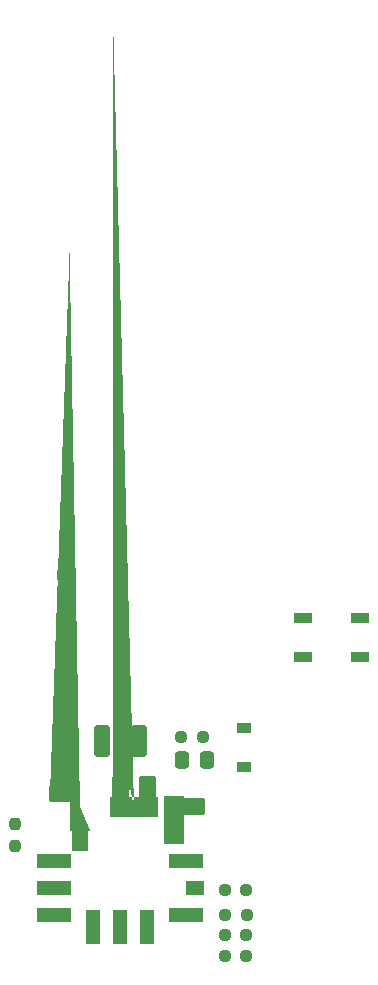
<source format=gbr>
G04 #@! TF.GenerationSoftware,KiCad,Pcbnew,(6.0.7)*
G04 #@! TF.CreationDate,2023-09-14T07:07:10+09:00*
G04 #@! TF.ProjectId,StepDown,53746570-446f-4776-9e2e-6b696361645f,rev?*
G04 #@! TF.SameCoordinates,Original*
G04 #@! TF.FileFunction,Paste,Top*
G04 #@! TF.FilePolarity,Positive*
%FSLAX46Y46*%
G04 Gerber Fmt 4.6, Leading zero omitted, Abs format (unit mm)*
G04 Created by KiCad (PCBNEW (6.0.7)) date 2023-09-14 07:07:10*
%MOMM*%
%LPD*%
G01*
G04 APERTURE LIST*
G04 Aperture macros list*
%AMRoundRect*
0 Rectangle with rounded corners*
0 $1 Rounding radius*
0 $2 $3 $4 $5 $6 $7 $8 $9 X,Y pos of 4 corners*
0 Add a 4 corners polygon primitive as box body*
4,1,4,$2,$3,$4,$5,$6,$7,$8,$9,$2,$3,0*
0 Add four circle primitives for the rounded corners*
1,1,$1+$1,$2,$3*
1,1,$1+$1,$4,$5*
1,1,$1+$1,$6,$7*
1,1,$1+$1,$8,$9*
0 Add four rect primitives between the rounded corners*
20,1,$1+$1,$2,$3,$4,$5,0*
20,1,$1+$1,$4,$5,$6,$7,0*
20,1,$1+$1,$6,$7,$8,$9,0*
20,1,$1+$1,$8,$9,$2,$3,0*%
%AMFreePoly0*
4,1,53,0.885000,-2.035000,0.700000,-2.035000,0.700000,-3.665000,0.695106,-3.680063,0.695106,-3.695902,0.685796,-3.708716,0.680902,-3.723779,0.668089,-3.733089,0.658779,-3.745902,0.643716,-3.750796,0.630902,-3.760106,0.615063,-3.760106,0.600000,-3.765000,-0.600000,-3.765000,-0.615063,-3.760106,-0.630902,-3.760106,-0.643716,-3.750796,-0.658779,-3.745902,-0.668089,-3.733089,-0.680902,-3.723779,
-0.685796,-3.708716,-0.695106,-3.695902,-0.695106,-3.680063,-0.700000,-3.665000,-0.700000,-2.035000,-0.885000,-2.035000,-0.885000,0.450000,-2.515000,0.450000,-2.530063,0.454894,-2.545902,0.454894,-2.558716,0.464204,-2.573779,0.469098,-2.583089,0.481911,-2.595902,0.491221,-2.600796,0.506284,-2.610106,0.519098,-2.610106,0.534937,-2.615000,0.550000,-2.615000,1.750000,-2.610106,1.765063,
-2.610106,1.780902,-2.600796,1.793716,-2.595902,1.808779,-2.583089,1.818089,-2.573779,1.830902,-2.558716,1.835796,-2.545902,1.845106,-2.530063,1.845106,-2.515000,1.850000,-0.885000,1.850000,-0.885000,2.035000,0.885000,2.035000,0.885000,-2.035000,0.885000,-2.035000,$1*%
%AMFreePoly1*
4,1,53,-0.534937,2.610106,-0.519098,2.610106,-0.506284,2.600796,-0.491221,2.595902,-0.481911,2.583089,-0.469098,2.573779,-0.464204,2.558716,-0.454894,2.545902,-0.454894,2.530063,-0.450000,2.515000,-0.450000,0.885000,0.450000,0.885000,0.450000,2.515000,0.454894,2.530063,0.454894,2.545902,0.464204,2.558716,0.469098,2.573779,0.481911,2.583089,0.491221,2.595902,0.506284,2.600796,
0.519098,2.610106,0.534937,2.610106,0.550000,2.615000,1.750000,2.615000,1.765063,2.610106,1.780902,2.610106,1.793716,2.600796,1.808779,2.595902,1.818089,2.583089,1.830902,2.573779,1.835796,2.558716,1.845106,2.545902,1.845106,2.530063,1.850000,2.515000,1.850000,0.885000,2.035000,0.885000,2.035000,-0.885000,-2.035000,-0.885000,-2.035000,0.885000,-1.850000,0.885000,
-1.850000,2.515000,-1.845106,2.530063,-1.845106,2.545902,-1.835796,2.558716,-1.830902,2.573779,-1.818089,2.583089,-1.808779,2.595902,-1.793716,2.600796,-1.780902,2.610106,-1.765063,2.610106,-1.750000,2.615000,-0.550000,2.615000,-0.534937,2.610106,-0.534937,2.610106,$1*%
%AMFreePoly2*
4,1,29,0.885000,1.850000,2.515000,1.850000,2.530063,1.845106,2.545902,1.845106,2.558716,1.835796,2.573779,1.830902,2.583089,1.818089,2.595902,1.808779,2.600796,1.793716,2.610106,1.780902,2.610106,1.765063,2.615000,1.750000,2.615000,0.550000,2.610106,0.534937,2.610106,0.519098,2.600796,0.506284,2.595902,0.491221,2.583089,0.481911,2.573779,0.469098,2.558716,0.464204,
2.545902,0.454894,2.530063,0.454894,2.515000,0.450000,0.885000,0.450000,0.885000,-2.035000,-0.885000,-2.035000,-0.885000,2.035000,0.885000,2.035000,0.885000,1.850000,0.885000,1.850000,$1*%
G04 Aperture macros list end*
%ADD10RoundRect,0.237500X-0.237500X0.250000X-0.237500X-0.250000X0.237500X-0.250000X0.237500X0.250000X0*%
%ADD11RoundRect,0.250000X-0.412500X-1.100000X0.412500X-1.100000X0.412500X1.100000X-0.412500X1.100000X0*%
%ADD12RoundRect,0.250000X0.337500X0.475000X-0.337500X0.475000X-0.337500X-0.475000X0.337500X-0.475000X0*%
%ADD13RoundRect,0.237500X-0.250000X-0.237500X0.250000X-0.237500X0.250000X0.237500X-0.250000X0.237500X0*%
%ADD14RoundRect,0.237500X0.250000X0.237500X-0.250000X0.237500X-0.250000X-0.237500X0.250000X-0.237500X0*%
%ADD15R,1.200000X0.900000*%
%ADD16R,3.000000X1.200000*%
%ADD17FreePoly0,270.000000*%
%ADD18FreePoly1,0.000000*%
%ADD19FreePoly2,0.000000*%
%ADD20R,1.200000X3.000000*%
%ADD21R,1.500000X1.200000*%
%ADD22R,1.500000X0.900000*%
G04 APERTURE END LIST*
D10*
G04 #@! TO.C,R1*
X115570000Y-96877500D03*
X115570000Y-98702500D03*
G04 #@! TD*
D11*
G04 #@! TO.C,C1*
X122943853Y-89885363D03*
X126068853Y-89885363D03*
G04 #@! TD*
D12*
G04 #@! TO.C,C2*
X131847500Y-91440000D03*
X129772500Y-91440000D03*
G04 #@! TD*
D13*
G04 #@! TO.C,R4*
X133373226Y-106309210D03*
X135198226Y-106309210D03*
G04 #@! TD*
D14*
G04 #@! TO.C,R2*
X135192937Y-102434756D03*
X133367937Y-102434756D03*
G04 #@! TD*
D13*
G04 #@! TO.C,R5*
X133346356Y-108044322D03*
X135171356Y-108044322D03*
G04 #@! TD*
D15*
G04 #@! TO.C,D1*
X134985961Y-88713846D03*
X134985961Y-92013846D03*
G04 #@! TD*
D16*
G04 #@! TO.C,MD1*
X118900000Y-100000000D03*
D17*
X121065000Y-95415000D03*
D18*
X125645000Y-95415000D03*
D19*
X129085000Y-96565000D03*
D16*
X130100000Y-100000000D03*
X130100000Y-104580000D03*
D20*
X124500000Y-105600000D03*
X122210000Y-105600000D03*
D16*
X118900000Y-104580000D03*
X118900000Y-102290000D03*
D21*
X130850000Y-102290000D03*
D20*
X126790000Y-105600000D03*
G04 #@! TD*
D22*
G04 #@! TO.C,D2*
X139950000Y-79470000D03*
X139950000Y-82770000D03*
X144850000Y-82770000D03*
X144850000Y-79470000D03*
G04 #@! TD*
D13*
G04 #@! TO.C,R6*
X129661592Y-89489604D03*
X131486592Y-89489604D03*
G04 #@! TD*
G04 #@! TO.C,R3*
X133385803Y-104557737D03*
X135210803Y-104557737D03*
G04 #@! TD*
M02*

</source>
